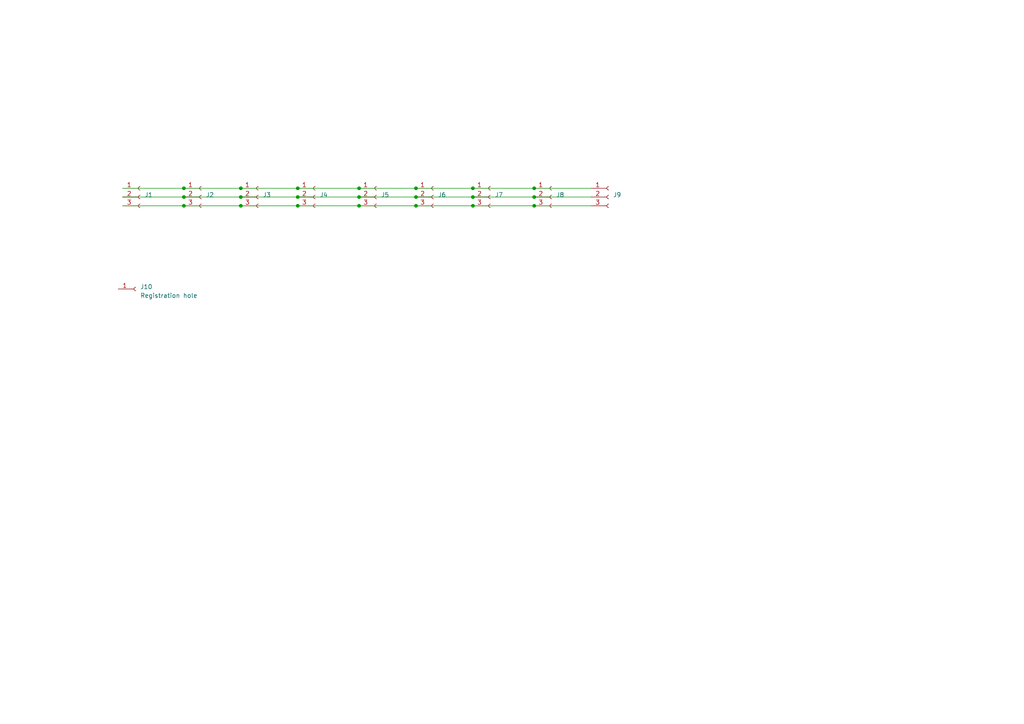
<source format=kicad_sch>
(kicad_sch (version 20230121) (generator eeschema)
  (paper "A4")
  (lib_symbols
    (symbol "Connector:Conn_01x01_Socket" (pin_names (offset 1.016) hide)
      (property "Reference" "J" (at 0 2.54 0))
      (property "Value" "Conn_01x01_Socket" (at 0 -2.54 0))
      (symbol "Conn_01x01_Socket_1_1"
        (polyline (pts (xy -1.27 0) (xy -0.508 0)) (stroke (width 0.1524)))
        (arc (start 0 0.508) (mid -0.5058 0) (end 0 -0.508) (stroke (width 0.1524)))
        (pin passive line (at -5.08 0 0) (length 3.81) (name "Pin_1") (number "1"))
      )
    )
    (symbol "Connector:Conn_01x03_Socket" (pin_names (offset 1.016) hide)
      (property "Reference" "J" (at 0 5.08 0))
      (property "Value" "Conn_01x03_Socket" (at 0 -5.08 0))
      (symbol "Conn_01x03_Socket_1_1"
        (arc (start 0 -2.032) (mid -0.5058 -2.54) (end 0 -3.048) (stroke (width 0.1524)))
        (polyline (pts (xy -1.27 -2.54) (xy -0.508 -2.54)) (stroke (width 0.1524)))
        (polyline (pts (xy -1.27 0) (xy -0.508 0)) (stroke (width 0.1524)))
        (polyline (pts (xy -1.27 2.54) (xy -0.508 2.54)) (stroke (width 0.1524)))
        (arc (start 0 0.508) (mid -0.5058 0) (end 0 -0.508) (stroke (width 0.1524)))
        (arc (start 0 3.048) (mid -0.5058 2.54) (end 0 2.032) (stroke (width 0.1524)))
        (pin passive line (at -5.08 2.54 0) (length 3.81) (name "Pin_1") (number "1"))
        (pin passive line (at -5.08 0 0) (length 3.81) (name "Pin_2") (number "2"))
        (pin passive line (at -5.08 -2.54 0) (length 3.81) (name "Pin_3") (number "3"))
      )
    )
  )
  (junction (at 120.65 54.61))
  (junction (at 53.34 59.69))
  (junction (at 120.65 59.69))
  (junction (at 104.14 59.69))
  (junction (at 120.65 57.15))
  (junction (at 104.14 54.61))
  (junction (at 53.34 57.15))
  (junction (at 137.16 59.69))
  (junction (at 69.85 54.61))
  (junction (at 154.94 54.61))
  (junction (at 154.94 59.69))
  (junction (at 86.36 54.61))
  (junction (at 86.36 57.15))
  (junction (at 137.16 54.61))
  (junction (at 154.94 57.15))
  (junction (at 53.34 54.61))
  (junction (at 137.16 57.15))
  (junction (at 86.36 59.69))
  (junction (at 69.85 59.69))
  (junction (at 69.85 57.15))
  (junction (at 104.14 57.15))
  (wire (pts (xy 53.34 59.69) (xy 69.85 59.69)))
  (wire (pts (xy 69.85 54.61) (xy 86.36 54.61)))
  (wire (pts (xy 35.56 57.15) (xy 53.34 57.15)))
  (wire (pts (xy 137.16 54.61) (xy 154.94 54.61)))
  (wire (pts (xy 53.34 54.61) (xy 69.85 54.61)))
  (wire (pts (xy 86.36 57.15) (xy 104.14 57.15)))
  (wire (pts (xy 137.16 59.69) (xy 154.94 59.69)))
  (wire (pts (xy 86.36 54.61) (xy 104.14 54.61)))
  (wire (pts (xy 104.14 57.15) (xy 120.65 57.15)))
  (wire (pts (xy 120.65 59.69) (xy 137.16 59.69)))
  (wire (pts (xy 35.56 54.61) (xy 53.34 54.61)))
  (wire (pts (xy 86.36 59.69) (xy 104.14 59.69)))
  (wire (pts (xy 35.56 59.69) (xy 53.34 59.69)))
  (wire (pts (xy 104.14 59.69) (xy 120.65 59.69)))
  (wire (pts (xy 154.94 59.69) (xy 171.45 59.69)))
  (wire (pts (xy 69.85 59.69) (xy 86.36 59.69)))
  (wire (pts (xy 154.94 54.61) (xy 171.45 54.61)))
  (wire (pts (xy 53.34 57.15) (xy 69.85 57.15)))
  (wire (pts (xy 120.65 54.61) (xy 137.16 54.61)))
  (wire (pts (xy 154.94 57.15) (xy 171.45 57.15)))
  (wire (pts (xy 69.85 57.15) (xy 86.36 57.15)))
  (wire (pts (xy 104.14 54.61) (xy 120.65 54.61)))
  (wire (pts (xy 120.65 57.15) (xy 137.16 57.15)))
  (wire (pts (xy 137.16 57.15) (xy 154.94 57.15)))
  (symbol (lib_id "Connector:Conn_01x03_Socket") (at 160.02 57.15 0) (unit 1)
    (property "Reference" "J8" (at 161.29 56.515 0) (effects (justify left)))
    (property "Value" "Conn_01x03_Socket" (effects hide))
    (property "Footprint" "Connector_PinHeader_2.54mm:PinHeader_1x03_P2.54mm_Vertical" (effects hide))
  )
  (symbol (lib_id "Connector:Conn_01x03_Socket") (at 74.93 57.15 0) (unit 1)
    (property "Reference" "J3" (at 76.2 56.515 0) (effects (justify left)))
    (property "Value" "Conn_01x03_Socket" (effects hide))
    (property "Footprint" "Connector_PinHeader_2.54mm:PinHeader_1x03_P2.54mm_Vertical" (effects hide))
  )
  (symbol (lib_id "Connector:Conn_01x03_Socket") (at 176.53 57.15 0) (unit 1)
    (property "Reference" "J9" (at 177.8 56.515 0) (effects (justify left)))
    (property "Value" "Conn_01x03_Socket" (effects hide))
    (property "Footprint" "Connector_PinHeader_2.54mm:PinHeader_1x03_P2.54mm_Vertical" (effects hide))
  )
  (symbol (lib_id "Connector:Conn_01x03_Socket") (at 91.44 57.15 0) (unit 1)
    (property "Reference" "J4" (at 92.71 56.515 0) (effects (justify left)))
    (property "Value" "Conn_01x03_Socket" (effects hide))
    (property "Footprint" "Connector_PinHeader_2.54mm:PinHeader_1x03_P2.54mm_Vertical" (effects hide))
  )
  (symbol (lib_id "Connector:Conn_01x03_Socket") (at 142.24 57.15 0) (unit 1)
    (property "Reference" "J7" (at 143.51 56.515 0) (effects (justify left)))
    (property "Value" "Conn_01x03_Socket" (effects hide))
    (property "Footprint" "Connector_PinHeader_2.54mm:PinHeader_1x03_P2.54mm_Vertical" (effects hide))
  )
  (symbol (lib_id "Connector:Conn_01x03_Socket") (at 109.22 57.15 0) (unit 1)
    (property "Reference" "J5" (at 110.49 56.515 0) (effects (justify left)))
    (property "Value" "Conn_01x03_Socket" (effects hide))
    (property "Footprint" "Connector_PinHeader_2.54mm:PinHeader_1x03_P2.54mm_Vertical" (effects hide))
  )
  (symbol (lib_id "Connector:Conn_01x01_Socket") (at 39.37 83.82 0) (unit 1)
    (property "Reference" "J10" (at 40.64 83.185 0) (effects (justify left)))
    (property "Value" "Registration hole" (at 40.64 85.725 0) (effects (justify left)))
    (property "Footprint" "Connector_PinHeader_2.54mm:PinHeader_1x01_P2.54mm_Vertical" (effects hide))
  )
  (symbol (lib_id "Connector:Conn_01x03_Socket") (at 58.42 57.15 0) (unit 1)
    (property "Reference" "J2" (at 59.69 56.515 0) (effects (justify left)))
    (property "Value" "Conn_01x03_Socket" (effects hide))
    (property "Footprint" "Connector_PinHeader_2.54mm:PinHeader_1x03_P2.54mm_Vertical" (effects hide))
  )
  (symbol (lib_id "Connector:Conn_01x03_Socket") (at 125.73 57.15 0) (unit 1)
    (property "Reference" "J6" (at 127 56.515 0) (effects (justify left)))
    (property "Value" "Conn_01x03_Socket" (effects hide))
    (property "Footprint" "Connector_PinHeader_2.54mm:PinHeader_1x03_P2.54mm_Vertical" (effects hide))
  )
  (symbol (lib_id "Connector:Conn_01x03_Socket") (at 40.64 57.15 0) (unit 1)
    (property "Reference" "J1" (at 41.91 56.515 0) (effects (justify left)))
    (property "Value" "Conn_01x03_Socket" (effects hide))
    (property "Footprint" "Connector_PinHeader_2.54mm:PinHeader_1x03_P2.54mm_Vertical" (effects hide))
  )
)
</source>
